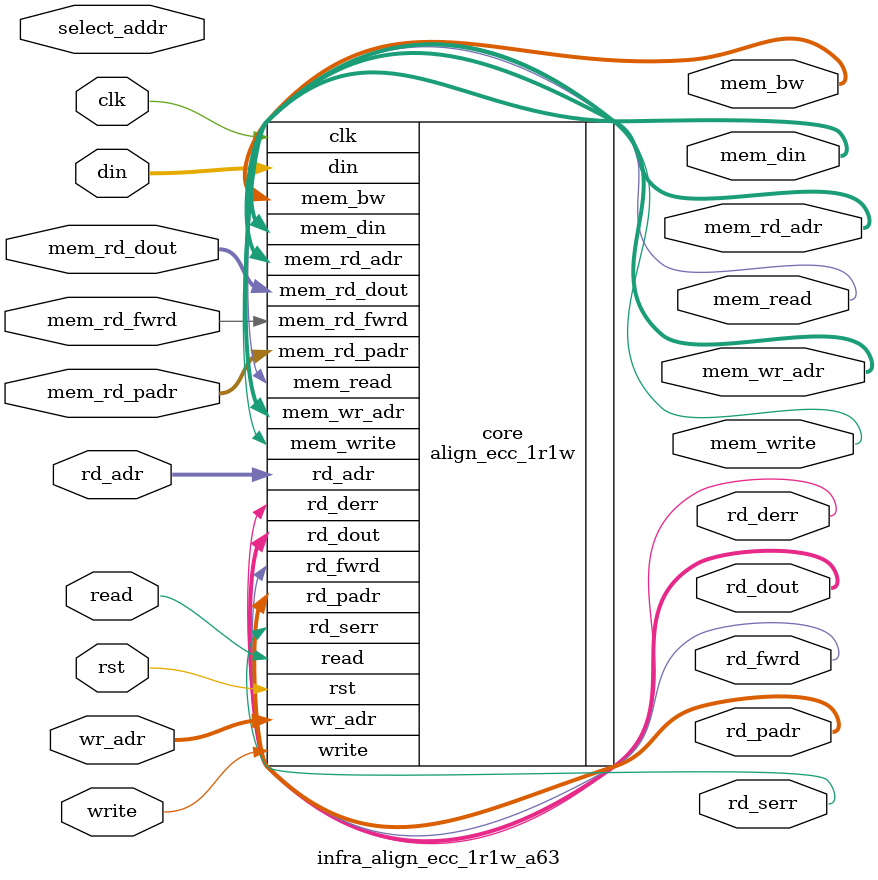
<source format=v>
module infra_align_ecc_1r1w_a63 (write, wr_adr, din, read, rd_adr, rd_dout, rd_fwrd, rd_serr, rd_derr, rd_padr,
	                               mem_write, mem_wr_adr, mem_bw, mem_din, mem_read, mem_rd_adr, mem_rd_dout, mem_rd_fwrd, mem_rd_padr,
		                            clk, rst,
		                            select_addr);

  parameter WIDTH = 32;
  parameter ENAPSDO = 0;
  parameter ENAPAR = 0;
  parameter ENAECC = 0;
  parameter ENADEC = 0;
  parameter ENAHEC = 0;
  parameter ENAQEC = 0;
  parameter ECCWDTH = 7;
  parameter NUMADDR = 1024;
  parameter BITADDR = 10;
  parameter NUMWRDS = 4;
  parameter BITWRDS = 2;
  parameter NUMSROW = 256;
  parameter BITSROW = 8;
  parameter BITPADR = 10;
  parameter SRAM_DELAY = 2;
  parameter FLOPGEN = 0;
  parameter FLOPCMD = 0;
  parameter FLOPMEM = 0;
  parameter FLOPOUT = 0;
  parameter ENAPADR = 0;
  parameter RSTZERO = 0;
  parameter RSTONES = 0;

  parameter MEMWDTH = ENAPAR ? WIDTH+1 : ENAECC ? WIDTH+ECCWDTH : ENADEC ? 2*WIDTH+ECCWDTH : ENAHEC ? WIDTH+2*ECCWDTH : ENAQEC ? WIDTH+4*ECCWDTH : WIDTH;

  input write;
  input [BITADDR-1:0] wr_adr;
  input [WIDTH-1:0] din;

  input read;
  input [BITADDR-1:0] rd_adr;
  output [WIDTH-1:0] rd_dout;
  output rd_fwrd;
  output rd_serr;
  output rd_derr;
  output [BITPADR-1:0] rd_padr;

  output mem_write;
  output [BITSROW-1:0] mem_wr_adr;
  output [NUMWRDS*MEMWDTH-1:0] mem_bw;
  output [NUMWRDS*MEMWDTH-1:0] mem_din;

  output mem_read;
  output [BITSROW-1:0] mem_rd_adr;
  input [NUMWRDS*MEMWDTH-1:0] mem_rd_dout;
  input mem_rd_fwrd;
  input [BITPADR-BITWRDS-1:0] mem_rd_padr;

  input clk;
  input rst;

  input [BITADDR-1:0] select_addr;

  align_ecc_1r1w #(.WIDTH (WIDTH), .ENAPSDO (ENAPSDO), .NUMADDR (NUMADDR), .BITADDR (BITADDR),
                   .ENAPAR (ENAPAR), .ENAECC (ENAECC), .ENADEC (ENADEC), .ENAHEC (ENAHEC), .ENAQEC (ENAQEC), .ECCWDTH (ECCWDTH),
                   .NUMWRDS (NUMWRDS), .BITWRDS (BITWRDS), .NUMSROW (NUMSROW), .BITSROW (BITSROW), .BITPADR (BITPADR),
                   .SRAM_DELAY (SRAM_DELAY), .FLOPGEN (FLOPGEN), .FLOPCMD (FLOPCMD), .FLOPMEM (FLOPMEM), .FLOPOUT (FLOPOUT), .ENAPADR (ENAPADR))
    core (.write (write), .wr_adr (wr_adr), .din (din),
          .read (read), .rd_adr (rd_adr), .rd_dout (rd_dout), .rd_fwrd (rd_fwrd), .rd_serr (rd_serr), .rd_derr (rd_derr), .rd_padr (rd_padr),
          .mem_write (mem_write), .mem_wr_adr (mem_wr_adr), .mem_bw (mem_bw), .mem_din (mem_din),
          .mem_read (mem_read), .mem_rd_adr (mem_rd_adr), .mem_rd_dout (mem_rd_dout), .mem_rd_fwrd (mem_rd_fwrd), .mem_rd_padr (mem_rd_padr),
          .clk (clk), .rst (rst));

`ifdef FORMAL
assume_select_addr_range: assume property (@(posedge clk) disable iff (rst) (select_addr < NUMADDR));
assume_select_addr_stable: assume property (@(posedge clk) disable iff (rst) $stable(select_addr));

ip_top_sva_align_ecc_1r1w_a63 #(
     .WIDTH       (WIDTH),
     .ENAPSDO     (ENAPSDO),
     .ENAPAR      (ENAPAR),
     .ENAECC      (ENAECC),
     .ENADEC      (ENADEC),
     .ENAHEC      (ENAHEC),
     .ENAQEC      (ENAQEC),
     .ECCWDTH     (ECCWDTH),
     .NUMADDR     (NUMADDR),
     .BITADDR     (BITADDR),
     .NUMWRDS     (NUMWRDS),
     .BITWRDS     (BITWRDS),
     .NUMSROW     (NUMSROW),
     .BITSROW     (BITSROW),
     .BITPADR     (BITPADR),
     .SRAM_DELAY  (SRAM_DELAY),
     .FLOPGEN     (FLOPGEN),
     .FLOPCMD     (FLOPCMD),
     .FLOPMEM     (FLOPMEM),
     .FLOPOUT     (FLOPOUT),
     .ENAPADR     (ENAPADR),
     .RSTZERO     (RSTZERO),
     .RSTONES     (RSTONES))
ip_top_sva (.*);

ip_top_sva_2_align_ecc_1r1w_a63 #(
     .ENAPSDO     (ENAPSDO),
     .NUMADDR     (NUMADDR),
     .BITADDR     (BITADDR),
     .NUMSROW     (NUMSROW),
     .BITSROW     (BITSROW))
ip_top_sva_2 (.*);

`elsif SIM_SVA

genvar sva_int;
// generate for (sva_int=0; sva_int<WIDTH; sva_int=sva_int+1) begin
generate for (sva_int=0; sva_int<1; sva_int=sva_int+1) begin: sva_loop
  wire [BITADDR-1:0] help_addr = sva_int;
ip_top_sva_align_ecc_1r1w_a63 #(
     .WIDTH       (WIDTH),
     .ENAPSDO     (ENAPSDO),
     .ENAPAR      (ENAPAR),
     .ENAECC      (ENAECC),
     .ENADEC      (ENADEC),
     .ENAHEC      (ENAHEC),
     .ENAQEC      (ENAQEC),
     .ECCWDTH     (ECCWDTH),
     .NUMADDR     (NUMADDR),
     .BITADDR     (BITADDR),
     .NUMWRDS     (NUMWRDS),
     .BITWRDS     (BITWRDS),
     .NUMSROW     (NUMSROW),
     .BITSROW     (BITSROW),
     .BITPADR     (BITPADR),
     .SRAM_DELAY  (SRAM_DELAY),
     .FLOPGEN     (FLOPGEN),
     .FLOPCMD     (FLOPCMD),
     .FLOPMEM     (FLOPMEM),
     .FLOPOUT     (FLOPOUT),
     .ENAPADR     (ENAPADR),
     .RSTZERO     (RSTZERO),
     .RSTONES     (RSTONES))
ip_top_sva (.select_addr(help_addr), .*);
end
endgenerate

ip_top_sva_2_align_ecc_1r1w_a63 #(
     .ENAPSDO     (ENAPSDO),
     .NUMADDR     (NUMADDR),
     .BITADDR     (BITADDR),
     .NUMSROW     (NUMSROW),
     .BITSROW     (BITSROW))
ip_top_sva_2 (.*);

`endif

endmodule


</source>
